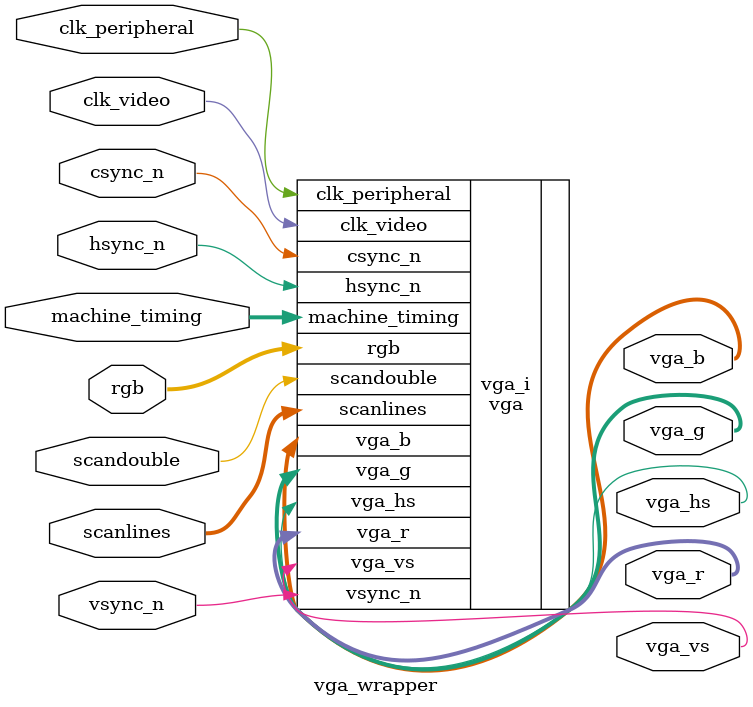
<source format=v>
`timescale 1 ps / 1 ps

module vga_wrapper
   (clk_peripheral,
    clk_video,
    csync_n,
    hsync_n,
    machine_timing,
    rgb,
    scandouble,
    scanlines,
    vga_b,
    vga_g,
    vga_hs,
    vga_r,
    vga_vs,
    vsync_n);
  input clk_peripheral;
  input clk_video;
  input csync_n;
  input hsync_n;
  input [2:0]machine_timing;
  input [8:0]rgb;
  input scandouble;
  input [1:0]scanlines;
  output [3:0]vga_b;
  output [3:0]vga_g;
  output vga_hs;
  output [3:0]vga_r;
  output vga_vs;
  input vsync_n;

  wire clk_peripheral;
  wire clk_video;
  wire csync_n;
  wire hsync_n;
  wire [2:0]machine_timing;
  wire [8:0]rgb;
  wire scandouble;
  wire [1:0]scanlines;
  wire [3:0]vga_b;
  wire [3:0]vga_g;
  wire vga_hs;
  wire [3:0]vga_r;
  wire vga_vs;
  wire vsync_n;

  vga vga_i
       (.clk_peripheral(clk_peripheral),
        .clk_video(clk_video),
        .csync_n(csync_n),
        .hsync_n(hsync_n),
        .machine_timing(machine_timing),
        .rgb(rgb),
        .scandouble(scandouble),
        .scanlines(scanlines),
        .vga_b(vga_b),
        .vga_g(vga_g),
        .vga_hs(vga_hs),
        .vga_r(vga_r),
        .vga_vs(vga_vs),
        .vsync_n(vsync_n));
endmodule

</source>
